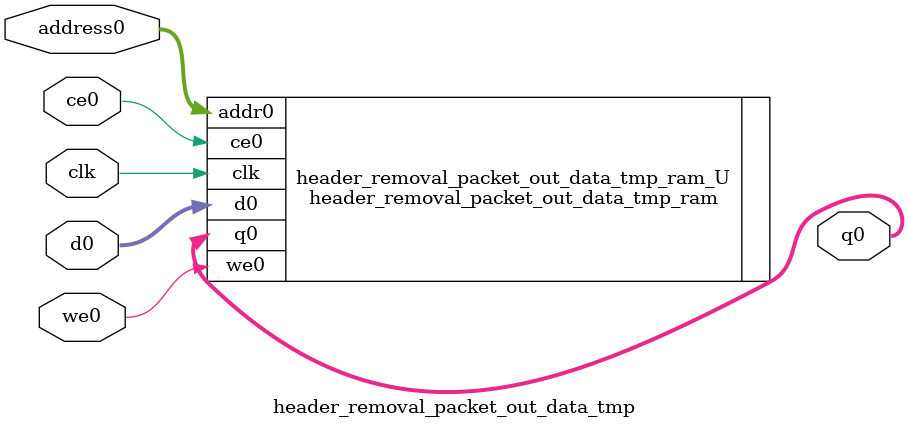
<source format=v>

`timescale 1 ns / 1 ps
module header_removal_packet_out_data_tmp(
    clk,
    address0,
    ce0,
    we0,
    d0,
    q0);

parameter DataWidth = 32'd64;
parameter AddressRange = 32'd1024;
parameter AddressWidth = 32'd10;
input clk;
input[AddressWidth - 1:0] address0;
input ce0;
input we0;
input[DataWidth - 1:0] d0;
output[DataWidth - 1:0] q0;



header_removal_packet_out_data_tmp_ram header_removal_packet_out_data_tmp_ram_U(
    .clk( clk ),
    .addr0( address0 ),
    .ce0( ce0 ),
    .d0( d0 ),
    .we0( we0 ),
    .q0( q0 ));

endmodule

</source>
